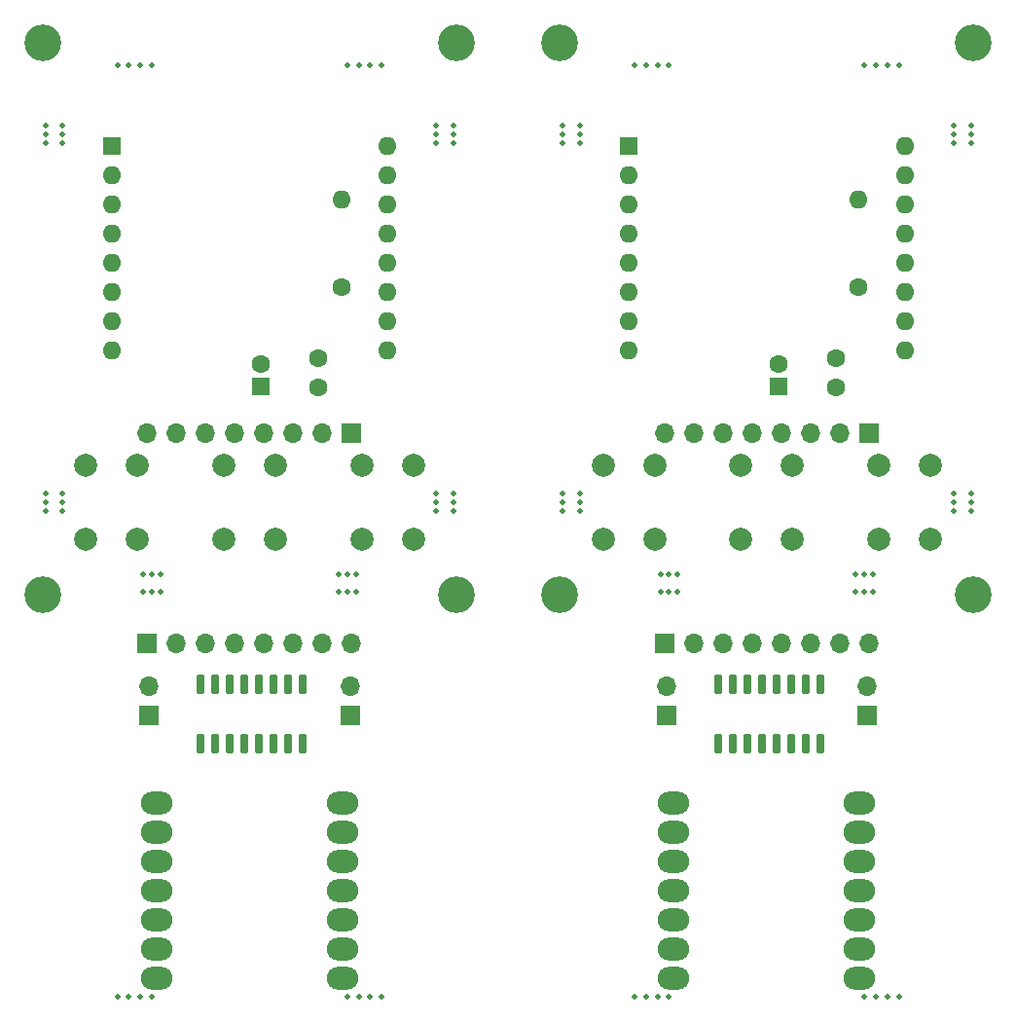
<source format=gbr>
%TF.GenerationSoftware,KiCad,Pcbnew,7.0.8*%
%TF.CreationDate,2024-02-08T03:58:00-08:00*%
%TF.ProjectId,panel,70616e65-6c2e-46b6-9963-61645f706362,rev?*%
%TF.SameCoordinates,Original*%
%TF.FileFunction,Soldermask,Top*%
%TF.FilePolarity,Negative*%
%FSLAX46Y46*%
G04 Gerber Fmt 4.6, Leading zero omitted, Abs format (unit mm)*
G04 Created by KiCad (PCBNEW 7.0.8) date 2024-02-08 03:58:00*
%MOMM*%
%LPD*%
G01*
G04 APERTURE LIST*
G04 Aperture macros list*
%AMRoundRect*
0 Rectangle with rounded corners*
0 $1 Rounding radius*
0 $2 $3 $4 $5 $6 $7 $8 $9 X,Y pos of 4 corners*
0 Add a 4 corners polygon primitive as box body*
4,1,4,$2,$3,$4,$5,$6,$7,$8,$9,$2,$3,0*
0 Add four circle primitives for the rounded corners*
1,1,$1+$1,$2,$3*
1,1,$1+$1,$4,$5*
1,1,$1+$1,$6,$7*
1,1,$1+$1,$8,$9*
0 Add four rect primitives between the rounded corners*
20,1,$1+$1,$2,$3,$4,$5,0*
20,1,$1+$1,$4,$5,$6,$7,0*
20,1,$1+$1,$6,$7,$8,$9,0*
20,1,$1+$1,$8,$9,$2,$3,0*%
G04 Aperture macros list end*
%ADD10C,1.600000*%
%ADD11O,1.600000X1.600000*%
%ADD12R,1.600000X1.600000*%
%ADD13R,1.700000X1.700000*%
%ADD14O,1.700000X1.700000*%
%ADD15C,0.500000*%
%ADD16C,3.200000*%
%ADD17RoundRect,0.150000X-0.150000X0.725000X-0.150000X-0.725000X0.150000X-0.725000X0.150000X0.725000X0*%
%ADD18C,2.000000*%
%ADD19O,2.748280X1.998980*%
G04 APERTURE END LIST*
D10*
%TO.C,R2*%
X179000000Y-48310000D03*
D11*
X179000000Y-40690000D03*
%TD*%
D10*
%TO.C,R2*%
X134000000Y-48310000D03*
D11*
X134000000Y-40690000D03*
%TD*%
D12*
%TO.C,C2*%
X172000000Y-56955112D03*
D10*
X172000000Y-54955112D03*
%TD*%
D13*
%TO.C,J2*%
X179890000Y-61000000D03*
D14*
X177350000Y-61000000D03*
X174810000Y-61000000D03*
X172270000Y-61000000D03*
X169730000Y-61000000D03*
X167190000Y-61000000D03*
X164650000Y-61000000D03*
X162110000Y-61000000D03*
%TD*%
D10*
%TO.C,C1*%
X132000000Y-57000000D03*
X132000000Y-54500000D03*
%TD*%
%TO.C,C1*%
X177000000Y-57000000D03*
X177000000Y-54500000D03*
%TD*%
D13*
%TO.C,J2*%
X134890000Y-61000000D03*
D14*
X132350000Y-61000000D03*
X129810000Y-61000000D03*
X127270000Y-61000000D03*
X124730000Y-61000000D03*
X122190000Y-61000000D03*
X119650000Y-61000000D03*
X117110000Y-61000000D03*
%TD*%
D12*
%TO.C,C2*%
X127000000Y-56955112D03*
D10*
X127000000Y-54955112D03*
%TD*%
D15*
%TO.C,KiKit_MB_3_3*%
X136500000Y-29000000D03*
%TD*%
%TO.C,KiKit_MB_2_3*%
X115500000Y-110000000D03*
%TD*%
D16*
%TO.C,REF\u002A\u002A*%
X153000000Y-27000000D03*
%TD*%
D15*
%TO.C,mouse-bite-2mm-slot*%
X108250000Y-35750000D03*
X109750000Y-35750000D03*
X108250000Y-35000000D03*
X109750000Y-35000000D03*
X108250000Y-34250000D03*
X109750000Y-34250000D03*
%TD*%
D13*
%TO.C,J1*%
X162090000Y-79250000D03*
D14*
X164630000Y-79250000D03*
X167170000Y-79250000D03*
X169710000Y-79250000D03*
X172250000Y-79250000D03*
X174790000Y-79250000D03*
X177330000Y-79250000D03*
X179870000Y-79250000D03*
%TD*%
D17*
%TO.C,U2*%
X175640000Y-82850000D03*
X174370000Y-82850000D03*
X173100000Y-82850000D03*
X171830000Y-82850000D03*
X170560000Y-82850000D03*
X169290000Y-82850000D03*
X168020000Y-82850000D03*
X166750000Y-82850000D03*
X166750000Y-88000000D03*
X168020000Y-88000000D03*
X169290000Y-88000000D03*
X170560000Y-88000000D03*
X171830000Y-88000000D03*
X173100000Y-88000000D03*
X174370000Y-88000000D03*
X175640000Y-88000000D03*
%TD*%
D15*
%TO.C,KiKit_MB_5_2*%
X181500000Y-110000000D03*
%TD*%
%TO.C,KiKit_MB_4_4*%
X117500000Y-29000000D03*
%TD*%
D12*
%TO.C,D1*%
X159000000Y-36000000D03*
D11*
X159000000Y-38540000D03*
X159000000Y-41080000D03*
X159000000Y-43620000D03*
X159000000Y-46160000D03*
X159000000Y-48700000D03*
X159000000Y-51240000D03*
X159000000Y-53780000D03*
X183000000Y-53780000D03*
X183000000Y-51240000D03*
X183000000Y-48700000D03*
X183000000Y-46160000D03*
X183000000Y-43620000D03*
X183000000Y-41080000D03*
X183000000Y-38540000D03*
X183000000Y-36000000D03*
%TD*%
D16*
%TO.C,REF\u002A\u002A*%
X153000000Y-75000000D03*
%TD*%
D15*
%TO.C,KiKit_MB_7_1*%
X179500000Y-29000000D03*
%TD*%
D18*
%TO.C,SW3*%
X180750000Y-70250000D03*
X180750000Y-63750000D03*
X185250000Y-70250000D03*
X185250000Y-63750000D03*
%TD*%
D15*
%TO.C,KiKit_MB_6_4*%
X159500000Y-110000000D03*
%TD*%
%TO.C,KiKit_MB_6_3*%
X160500000Y-110000000D03*
%TD*%
%TO.C,KiKit_MB_7_3*%
X181500000Y-29000000D03*
%TD*%
%TO.C,KiKit_MB_5_1*%
X182500000Y-110000000D03*
%TD*%
%TO.C,mouse-bite-2mm-slot*%
X180250000Y-74750000D03*
X180250000Y-73250000D03*
X179500000Y-74750000D03*
X179500000Y-73250000D03*
X178750000Y-74750000D03*
X178750000Y-73250000D03*
%TD*%
%TO.C,mouse-bite-2mm-slot*%
X118250000Y-74750000D03*
X118250000Y-73250000D03*
X117500000Y-74750000D03*
X117500000Y-73250000D03*
X116750000Y-74750000D03*
X116750000Y-73250000D03*
%TD*%
%TO.C,KiKit_MB_3_2*%
X135500000Y-29000000D03*
%TD*%
%TO.C,mouse-bite-2mm-slot*%
X142250000Y-67750000D03*
X143750000Y-67750000D03*
X142250000Y-67000000D03*
X143750000Y-67000000D03*
X142250000Y-66250000D03*
X143750000Y-66250000D03*
%TD*%
%TO.C,mouse-bite-2mm-slot*%
X163250000Y-74750000D03*
X163250000Y-73250000D03*
X162500000Y-74750000D03*
X162500000Y-73250000D03*
X161750000Y-74750000D03*
X161750000Y-73250000D03*
%TD*%
D18*
%TO.C,SW1*%
X111750000Y-70250000D03*
X111750000Y-63750000D03*
X116250000Y-70250000D03*
X116250000Y-63750000D03*
%TD*%
D15*
%TO.C,KiKit_MB_2_2*%
X116500000Y-110000000D03*
%TD*%
%TO.C,KiKit_MB_1_1*%
X137500000Y-110000000D03*
%TD*%
%TO.C,KiKit_MB_1_3*%
X135500000Y-110000000D03*
%TD*%
D13*
%TO.C,J1*%
X117090000Y-79250000D03*
D14*
X119630000Y-79250000D03*
X122170000Y-79250000D03*
X124710000Y-79250000D03*
X127250000Y-79250000D03*
X129790000Y-79250000D03*
X132330000Y-79250000D03*
X134870000Y-79250000D03*
%TD*%
D15*
%TO.C,KiKit_MB_1_4*%
X134500000Y-110000000D03*
%TD*%
D12*
%TO.C,D1*%
X114000000Y-36000000D03*
D11*
X114000000Y-38540000D03*
X114000000Y-41080000D03*
X114000000Y-43620000D03*
X114000000Y-46160000D03*
X114000000Y-48700000D03*
X114000000Y-51240000D03*
X114000000Y-53780000D03*
X138000000Y-53780000D03*
X138000000Y-51240000D03*
X138000000Y-48700000D03*
X138000000Y-46160000D03*
X138000000Y-43620000D03*
X138000000Y-41080000D03*
X138000000Y-38540000D03*
X138000000Y-36000000D03*
%TD*%
D16*
%TO.C,REF\u002A\u002A*%
X144000000Y-27000000D03*
%TD*%
D15*
%TO.C,KiKit_MB_3_1*%
X134500000Y-29000000D03*
%TD*%
%TO.C,KiKit_MB_3_4*%
X137500000Y-29000000D03*
%TD*%
D13*
%TO.C,J3*%
X162250000Y-85500000D03*
D14*
X162250000Y-82960000D03*
%TD*%
D15*
%TO.C,mouse-bite-2mm-slot*%
X187250000Y-67750000D03*
X188750000Y-67750000D03*
X187250000Y-67000000D03*
X188750000Y-67000000D03*
X187250000Y-66250000D03*
X188750000Y-66250000D03*
%TD*%
D18*
%TO.C,SW2*%
X123750000Y-70250000D03*
X123750000Y-63750000D03*
X128250000Y-70250000D03*
X128250000Y-63750000D03*
%TD*%
D15*
%TO.C,KiKit_MB_8_2*%
X160500000Y-29000000D03*
%TD*%
%TO.C,KiKit_MB_8_3*%
X161500000Y-29000000D03*
%TD*%
%TO.C,mouse-bite-2mm-slot*%
X108250000Y-67750000D03*
X109750000Y-67750000D03*
X108250000Y-67000000D03*
X109750000Y-67000000D03*
X108250000Y-66250000D03*
X109750000Y-66250000D03*
%TD*%
%TO.C,KiKit_MB_8_1*%
X159500000Y-29000000D03*
%TD*%
%TO.C,KiKit_MB_4_1*%
X114500000Y-29000000D03*
%TD*%
%TO.C,KiKit_MB_1_2*%
X136500000Y-110000000D03*
%TD*%
%TO.C,KiKit_MB_4_2*%
X115500000Y-29000000D03*
%TD*%
D19*
%TO.C,U3*%
X179065770Y-108367820D03*
X179065770Y-105827820D03*
X179065770Y-103287820D03*
X179065770Y-100747820D03*
X179065770Y-98207820D03*
X179065770Y-95667820D03*
X179065770Y-93127820D03*
X162901210Y-93127820D03*
X162901210Y-95667820D03*
X162901210Y-98207820D03*
X162901210Y-100747820D03*
X162901210Y-103287820D03*
X162901210Y-105827820D03*
X162901210Y-108367820D03*
%TD*%
D13*
%TO.C,R1*%
X179750000Y-85500000D03*
D14*
X179750000Y-82960000D03*
%TD*%
D15*
%TO.C,KiKit_MB_6_1*%
X162500000Y-110000000D03*
%TD*%
%TO.C,KiKit_MB_2_4*%
X114500000Y-110000000D03*
%TD*%
%TO.C,KiKit_MB_4_3*%
X116500000Y-29000000D03*
%TD*%
%TO.C,mouse-bite-2mm-slot*%
X142250000Y-35750000D03*
X143750000Y-35750000D03*
X142250000Y-35000000D03*
X143750000Y-35000000D03*
X142250000Y-34250000D03*
X143750000Y-34250000D03*
%TD*%
D19*
%TO.C,U3*%
X134065770Y-108367820D03*
X134065770Y-105827820D03*
X134065770Y-103287820D03*
X134065770Y-100747820D03*
X134065770Y-98207820D03*
X134065770Y-95667820D03*
X134065770Y-93127820D03*
X117901210Y-93127820D03*
X117901210Y-95667820D03*
X117901210Y-98207820D03*
X117901210Y-100747820D03*
X117901210Y-103287820D03*
X117901210Y-105827820D03*
X117901210Y-108367820D03*
%TD*%
D18*
%TO.C,SW1*%
X156750000Y-70250000D03*
X156750000Y-63750000D03*
X161250000Y-70250000D03*
X161250000Y-63750000D03*
%TD*%
D15*
%TO.C,mouse-bite-2mm-slot*%
X153250000Y-35750000D03*
X154750000Y-35750000D03*
X153250000Y-35000000D03*
X154750000Y-35000000D03*
X153250000Y-34250000D03*
X154750000Y-34250000D03*
%TD*%
D18*
%TO.C,SW2*%
X168750000Y-70250000D03*
X168750000Y-63750000D03*
X173250000Y-70250000D03*
X173250000Y-63750000D03*
%TD*%
D17*
%TO.C,U2*%
X130640000Y-82850000D03*
X129370000Y-82850000D03*
X128100000Y-82850000D03*
X126830000Y-82850000D03*
X125560000Y-82850000D03*
X124290000Y-82850000D03*
X123020000Y-82850000D03*
X121750000Y-82850000D03*
X121750000Y-88000000D03*
X123020000Y-88000000D03*
X124290000Y-88000000D03*
X125560000Y-88000000D03*
X126830000Y-88000000D03*
X128100000Y-88000000D03*
X129370000Y-88000000D03*
X130640000Y-88000000D03*
%TD*%
D16*
%TO.C,REF\u002A\u002A*%
X108000000Y-75000000D03*
%TD*%
%TO.C,REF\u002A\u002A*%
X189000000Y-75000000D03*
%TD*%
D13*
%TO.C,J3*%
X117250000Y-85500000D03*
D14*
X117250000Y-82960000D03*
%TD*%
D15*
%TO.C,mouse-bite-2mm-slot*%
X135250000Y-74750000D03*
X135250000Y-73250000D03*
X134500000Y-74750000D03*
X134500000Y-73250000D03*
X133750000Y-74750000D03*
X133750000Y-73250000D03*
%TD*%
%TO.C,mouse-bite-2mm-slot*%
X187250000Y-35750000D03*
X188750000Y-35750000D03*
X187250000Y-35000000D03*
X188750000Y-35000000D03*
X187250000Y-34250000D03*
X188750000Y-34250000D03*
%TD*%
%TO.C,KiKit_MB_7_4*%
X182500000Y-29000000D03*
%TD*%
D16*
%TO.C,REF\u002A\u002A*%
X144000000Y-75000000D03*
%TD*%
D15*
%TO.C,mouse-bite-2mm-slot*%
X153250000Y-67750000D03*
X154750000Y-67750000D03*
X153250000Y-67000000D03*
X154750000Y-67000000D03*
X153250000Y-66250000D03*
X154750000Y-66250000D03*
%TD*%
%TO.C,KiKit_MB_8_4*%
X162500000Y-29000000D03*
%TD*%
D13*
%TO.C,R1*%
X134750000Y-85500000D03*
D14*
X134750000Y-82960000D03*
%TD*%
D15*
%TO.C,KiKit_MB_5_4*%
X179500000Y-110000000D03*
%TD*%
D16*
%TO.C,REF\u002A\u002A*%
X108000000Y-27000000D03*
%TD*%
D18*
%TO.C,SW3*%
X135750000Y-70250000D03*
X135750000Y-63750000D03*
X140250000Y-70250000D03*
X140250000Y-63750000D03*
%TD*%
D15*
%TO.C,KiKit_MB_6_2*%
X161500000Y-110000000D03*
%TD*%
D16*
%TO.C,REF\u002A\u002A*%
X189000000Y-27000000D03*
%TD*%
D15*
%TO.C,KiKit_MB_2_1*%
X117500000Y-110000000D03*
%TD*%
%TO.C,KiKit_MB_7_2*%
X180500000Y-29000000D03*
%TD*%
%TO.C,KiKit_MB_5_3*%
X180500000Y-110000000D03*
%TD*%
M02*

</source>
